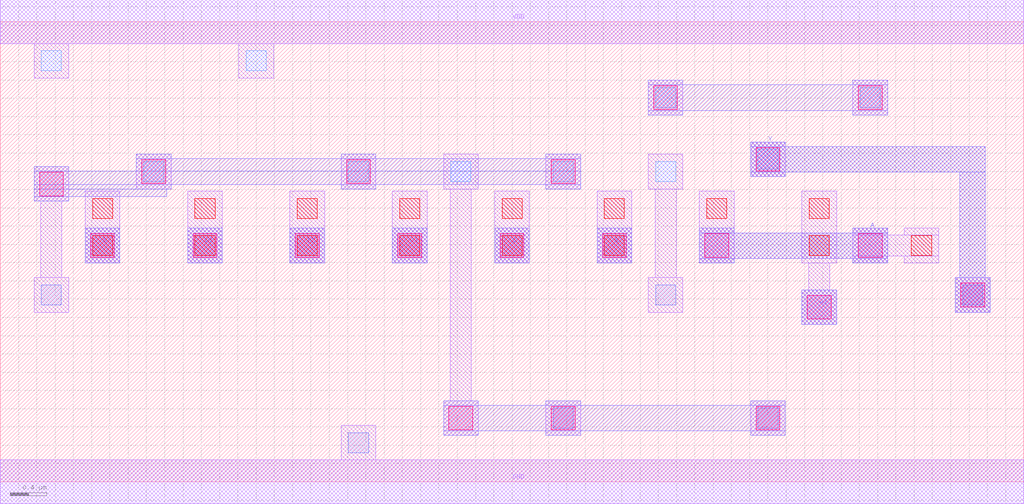
<source format=lef>
MACRO AOAAOI2123
 CLASS CORE ;
 FOREIGN AOAAOI2123 0 0 ;
 SIZE 11.200000000000001 BY 5.04 ;
 ORIGIN 0 0 ;
 SYMMETRY X Y R90 ;
 SITE unit ;
  PIN VDD
   DIRECTION INOUT ;
   USE POWER ;
   SHAPE ABUTMENT ;
    PORT
     CLASS CORE ;
       LAYER met1 ;
        RECT 0.00000000 4.80000000 11.20000000 5.28000000 ;
    END
  END VDD

  PIN GND
   DIRECTION INOUT ;
   USE POWER ;
   SHAPE ABUTMENT ;
    PORT
     CLASS CORE ;
       LAYER met1 ;
        RECT 0.00000000 -0.24000000 11.20000000 0.24000000 ;
    END
  END GND

  PIN Y
   DIRECTION INOUT ;
   USE SIGNAL ;
   SHAPE ABUTMENT ;
    PORT
     CLASS CORE ;
       LAYER met2 ;
        RECT 10.45000000 1.85700000 10.83000000 2.23700000 ;
        RECT 8.21000000 3.34200000 8.59000000 3.39200000 ;
        RECT 10.50000000 2.23700000 10.78000000 3.39200000 ;
        RECT 8.21000000 3.39200000 10.78000000 3.67200000 ;
        RECT 8.21000000 3.67200000 8.59000000 3.72200000 ;
    END
  END Y

  PIN C
   DIRECTION INOUT ;
   USE SIGNAL ;
   SHAPE ABUTMENT ;
    PORT
     CLASS CORE ;
       LAYER met2 ;
        RECT 5.41000000 2.39700000 5.79000000 2.77700000 ;
    END
  END C

  PIN D
   DIRECTION INOUT ;
   USE SIGNAL ;
   SHAPE ABUTMENT ;
    PORT
     CLASS CORE ;
       LAYER met2 ;
        RECT 0.93000000 2.39700000 1.31000000 2.77700000 ;
    END
  END D

  PIN C1
   DIRECTION INOUT ;
   USE SIGNAL ;
   SHAPE ABUTMENT ;
    PORT
     CLASS CORE ;
       LAYER met2 ;
        RECT 4.29000000 2.39700000 4.67000000 2.77700000 ;
    END
  END C1

  PIN A1
   DIRECTION INOUT ;
   USE SIGNAL ;
   SHAPE ABUTMENT ;
    PORT
     CLASS CORE ;
       LAYER met2 ;
        RECT 8.77000000 1.72200000 9.15000000 2.10200000 ;
    END
  END A1

  PIN D2
   DIRECTION INOUT ;
   USE SIGNAL ;
   SHAPE ABUTMENT ;
    PORT
     CLASS CORE ;
       LAYER met2 ;
        RECT 3.17000000 2.39700000 3.55000000 2.77700000 ;
    END
  END D2

  PIN A
   DIRECTION INOUT ;
   USE SIGNAL ;
   SHAPE ABUTMENT ;
    PORT
     CLASS CORE ;
       LAYER met2 ;
        RECT 7.65000000 2.39700000 8.03000000 2.44700000 ;
        RECT 9.33000000 2.39700000 9.71000000 2.44700000 ;
        RECT 7.65000000 2.44700000 9.71000000 2.72700000 ;
        RECT 7.65000000 2.72700000 8.03000000 2.77700000 ;
        RECT 9.33000000 2.72700000 9.71000000 2.77700000 ;
    END
  END A

  PIN B
   DIRECTION INOUT ;
   USE SIGNAL ;
   SHAPE ABUTMENT ;
    PORT
     CLASS CORE ;
       LAYER met2 ;
        RECT 6.53000000 2.39700000 6.91000000 2.77700000 ;
    END
  END B

  PIN D1
   DIRECTION INOUT ;
   USE SIGNAL ;
   SHAPE ABUTMENT ;
    PORT
     CLASS CORE ;
       LAYER met2 ;
        RECT 2.05000000 2.39700000 2.43000000 2.77700000 ;
    END
  END D1

 OBS
    LAYER polycont ;
     RECT 1.01000000 2.47700000 1.23000000 2.69700000 ;
     RECT 2.13000000 2.47700000 2.35000000 2.69700000 ;
     RECT 3.25000000 2.47700000 3.47000000 2.69700000 ;
     RECT 4.37000000 2.47700000 4.59000000 2.69700000 ;
     RECT 5.49000000 2.47700000 5.71000000 2.69700000 ;
     RECT 6.61000000 2.47700000 6.83000000 2.69700000 ;
     RECT 8.85000000 2.47700000 9.07000000 2.69700000 ;
     RECT 9.97000000 2.47700000 10.19000000 2.69700000 ;
     RECT 1.01000000 2.88200000 1.23000000 3.10200000 ;
     RECT 2.13000000 2.88200000 2.35000000 3.10200000 ;
     RECT 3.25000000 2.88200000 3.47000000 3.10200000 ;
     RECT 4.37000000 2.88200000 4.59000000 3.10200000 ;
     RECT 5.49000000 2.88200000 5.71000000 3.10200000 ;
     RECT 6.61000000 2.88200000 6.83000000 3.10200000 ;
     RECT 7.73000000 2.88200000 7.95000000 3.10200000 ;
     RECT 8.85000000 2.88200000 9.07000000 3.10200000 ;

    LAYER pdiffc ;
     RECT 1.57000000 3.28700000 1.79000000 3.50700000 ;
     RECT 3.81000000 3.28700000 4.03000000 3.50700000 ;
     RECT 4.93000000 3.28700000 5.15000000 3.50700000 ;
     RECT 6.05000000 3.28700000 6.27000000 3.50700000 ;
     RECT 7.17000000 3.28700000 7.39000000 3.50700000 ;
     RECT 8.29000000 3.42200000 8.51000000 3.64200000 ;
     RECT 7.17000000 4.09700000 7.39000000 4.31700000 ;
     RECT 9.41000000 4.09700000 9.63000000 4.31700000 ;
     RECT 0.45000000 4.50200000 0.67000000 4.72200000 ;
     RECT 2.69000000 4.50200000 2.91000000 4.72200000 ;

    LAYER ndiffc ;
     RECT 3.81000000 0.31700000 4.03000000 0.53700000 ;
     RECT 6.05000000 0.58700000 6.27000000 0.80700000 ;
     RECT 8.29000000 0.58700000 8.51000000 0.80700000 ;
     RECT 0.45000000 1.93700000 0.67000000 2.15700000 ;
     RECT 7.17000000 1.93700000 7.39000000 2.15700000 ;
     RECT 10.53000000 1.93700000 10.75000000 2.15700000 ;

    LAYER met1 ;
     RECT 0.00000000 -0.24000000 11.20000000 0.24000000 ;
     RECT 3.73000000 0.24000000 4.11000000 0.61700000 ;
     RECT 5.97000000 0.50700000 6.35000000 0.88700000 ;
     RECT 8.21000000 0.50700000 8.59000000 0.88700000 ;
     RECT 10.45000000 1.85700000 10.83000000 2.23700000 ;
     RECT 9.33000000 2.39700000 9.71000000 2.47200000 ;
     RECT 9.89000000 2.39700000 10.27000000 2.47200000 ;
     RECT 9.33000000 2.47200000 10.27000000 2.70200000 ;
     RECT 9.33000000 2.70200000 9.71000000 2.77700000 ;
     RECT 9.89000000 2.70200000 10.27000000 2.77700000 ;
     RECT 0.93000000 2.39700000 1.31000000 3.18200000 ;
     RECT 2.05000000 2.39700000 2.43000000 3.18200000 ;
     RECT 3.17000000 2.39700000 3.55000000 3.18200000 ;
     RECT 4.29000000 2.39700000 4.67000000 3.18200000 ;
     RECT 5.41000000 2.39700000 5.79000000 3.18200000 ;
     RECT 6.53000000 2.39700000 6.91000000 3.18200000 ;
     RECT 7.65000000 2.39700000 8.03000000 3.18200000 ;
     RECT 8.77000000 1.72200000 9.15000000 2.10200000 ;
     RECT 8.84500000 2.10200000 9.07500000 2.39700000 ;
     RECT 8.77000000 2.39700000 9.15000000 3.18200000 ;
     RECT 0.37000000 1.85700000 0.75000000 2.23700000 ;
     RECT 0.44500000 2.23700000 0.67500000 3.07200000 ;
     RECT 0.37000000 3.07200000 0.75000000 3.45200000 ;
     RECT 1.49000000 3.20700000 1.87000000 3.58700000 ;
     RECT 3.73000000 3.20700000 4.11000000 3.58700000 ;
     RECT 4.85000000 0.50700000 5.23000000 0.88700000 ;
     RECT 4.92500000 0.88700000 5.15500000 3.20700000 ;
     RECT 4.85000000 3.20700000 5.23000000 3.58700000 ;
     RECT 5.97000000 3.20700000 6.35000000 3.58700000 ;
     RECT 7.09000000 1.85700000 7.47000000 2.23700000 ;
     RECT 7.16500000 2.23700000 7.39500000 3.20700000 ;
     RECT 7.09000000 3.20700000 7.47000000 3.58700000 ;
     RECT 8.21000000 3.34200000 8.59000000 3.72200000 ;
     RECT 7.09000000 4.01700000 7.47000000 4.39700000 ;
     RECT 9.33000000 4.01700000 9.71000000 4.39700000 ;
     RECT 0.37000000 4.42200000 0.75000000 4.80000000 ;
     RECT 2.61000000 4.42200000 2.99000000 4.80000000 ;
     RECT 0.00000000 4.80000000 11.20000000 5.28000000 ;

    LAYER via1 ;
     RECT 4.91000000 0.56700000 5.17000000 0.82700000 ;
     RECT 6.03000000 0.56700000 6.29000000 0.82700000 ;
     RECT 8.27000000 0.56700000 8.53000000 0.82700000 ;
     RECT 8.83000000 1.78200000 9.09000000 2.04200000 ;
     RECT 10.51000000 1.91700000 10.77000000 2.17700000 ;
     RECT 0.99000000 2.45700000 1.25000000 2.71700000 ;
     RECT 2.11000000 2.45700000 2.37000000 2.71700000 ;
     RECT 3.23000000 2.45700000 3.49000000 2.71700000 ;
     RECT 4.35000000 2.45700000 4.61000000 2.71700000 ;
     RECT 5.47000000 2.45700000 5.73000000 2.71700000 ;
     RECT 6.59000000 2.45700000 6.85000000 2.71700000 ;
     RECT 7.71000000 2.45700000 7.97000000 2.71700000 ;
     RECT 9.39000000 2.45700000 9.65000000 2.71700000 ;
     RECT 0.43000000 3.13200000 0.69000000 3.39200000 ;
     RECT 1.55000000 3.26700000 1.81000000 3.52700000 ;
     RECT 3.79000000 3.26700000 4.05000000 3.52700000 ;
     RECT 6.03000000 3.26700000 6.29000000 3.52700000 ;
     RECT 8.27000000 3.40200000 8.53000000 3.66200000 ;
     RECT 7.15000000 4.07700000 7.41000000 4.33700000 ;
     RECT 9.39000000 4.07700000 9.65000000 4.33700000 ;

    LAYER met2 ;
     RECT 4.85000000 0.50700000 5.23000000 0.55700000 ;
     RECT 5.97000000 0.50700000 6.35000000 0.55700000 ;
     RECT 8.21000000 0.50700000 8.59000000 0.55700000 ;
     RECT 4.85000000 0.55700000 8.59000000 0.83700000 ;
     RECT 4.85000000 0.83700000 5.23000000 0.88700000 ;
     RECT 5.97000000 0.83700000 6.35000000 0.88700000 ;
     RECT 8.21000000 0.83700000 8.59000000 0.88700000 ;
     RECT 8.77000000 1.72200000 9.15000000 2.10200000 ;
     RECT 0.93000000 2.39700000 1.31000000 2.77700000 ;
     RECT 2.05000000 2.39700000 2.43000000 2.77700000 ;
     RECT 3.17000000 2.39700000 3.55000000 2.77700000 ;
     RECT 4.29000000 2.39700000 4.67000000 2.77700000 ;
     RECT 5.41000000 2.39700000 5.79000000 2.77700000 ;
     RECT 6.53000000 2.39700000 6.91000000 2.77700000 ;
     RECT 7.65000000 2.39700000 8.03000000 2.44700000 ;
     RECT 9.33000000 2.39700000 9.71000000 2.44700000 ;
     RECT 7.65000000 2.44700000 9.71000000 2.72700000 ;
     RECT 7.65000000 2.72700000 8.03000000 2.77700000 ;
     RECT 9.33000000 2.72700000 9.71000000 2.77700000 ;
     RECT 0.37000000 3.07200000 0.75000000 3.12200000 ;
     RECT 0.37000000 3.12200000 1.82000000 3.20700000 ;
     RECT 0.37000000 3.20700000 1.87000000 3.25700000 ;
     RECT 3.73000000 3.20700000 4.11000000 3.25700000 ;
     RECT 5.97000000 3.20700000 6.35000000 3.25700000 ;
     RECT 0.37000000 3.25700000 6.35000000 3.40200000 ;
     RECT 0.37000000 3.40200000 0.75000000 3.45200000 ;
     RECT 1.49000000 3.40200000 6.35000000 3.53700000 ;
     RECT 1.49000000 3.53700000 1.87000000 3.58700000 ;
     RECT 3.73000000 3.53700000 4.11000000 3.58700000 ;
     RECT 5.97000000 3.53700000 6.35000000 3.58700000 ;
     RECT 10.45000000 1.85700000 10.83000000 2.23700000 ;
     RECT 8.21000000 3.34200000 8.59000000 3.39200000 ;
     RECT 10.50000000 2.23700000 10.78000000 3.39200000 ;
     RECT 8.21000000 3.39200000 10.78000000 3.67200000 ;
     RECT 8.21000000 3.67200000 8.59000000 3.72200000 ;
     RECT 7.09000000 4.01700000 7.47000000 4.06700000 ;
     RECT 9.33000000 4.01700000 9.71000000 4.06700000 ;
     RECT 7.09000000 4.06700000 9.71000000 4.34700000 ;
     RECT 7.09000000 4.34700000 7.47000000 4.39700000 ;
     RECT 9.33000000 4.34700000 9.71000000 4.39700000 ;

 END
END AOAAOI2123

</source>
